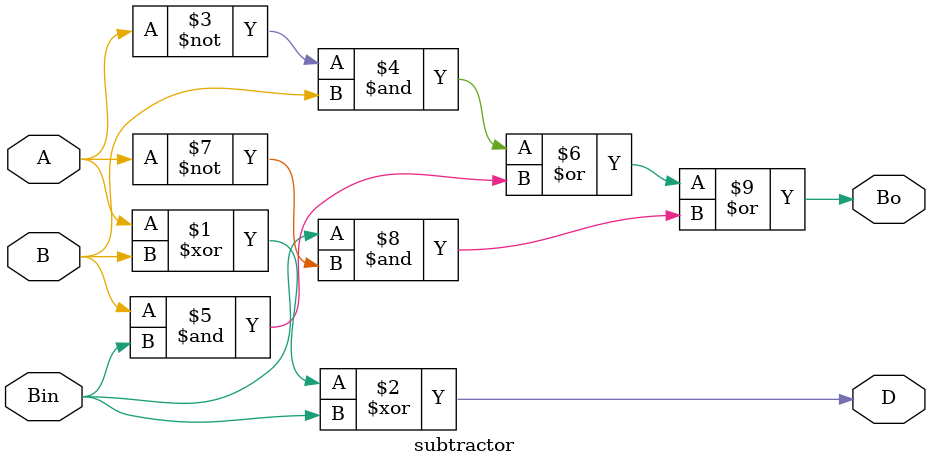
<source format=v>
module subtractor(A, B, Bin, D, Bo);
  input A, B, Bin;
  output D, Bo;
  assign D = A ^ B ^ Bin;
  assign Bo = ((~A) & B) | (B & Bin) | (Bin &(~A));
endmodule
  
  

</source>
